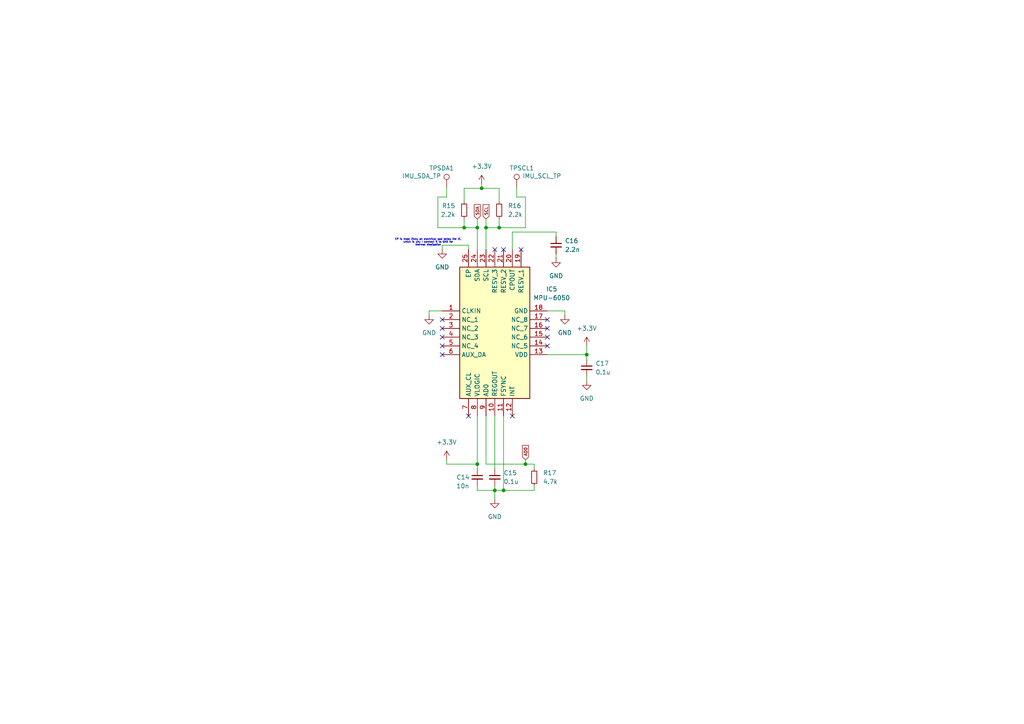
<source format=kicad_sch>
(kicad_sch (version 20250114) (generator "eeschema") (generator_version "9.0")
  (paper "A4")
  (lib_symbols
    (symbol "Connector:TestPoint" (pin_numbers (hide yes)) (pin_names (offset 0.762) (hide yes))
      (property "Reference" "TP" (at 0 6.858 0))
      (property "Value" "TestPoint" (at 0 5.08 0))
      (symbol "TestPoint_0_1"
        (circle (center 0 3.302) (radius 0.762))
      )
      (symbol "TestPoint_1_1"
        (pin passive line (at 0 0 90) (length 2.54) (name "1") (number "1"))
      )
    )
    (symbol "Device:C_Small" (pin_numbers (hide yes)) (pin_names (offset 0.254) (hide yes))
      (property "Reference" "C" (at 0.254 1.778 0))
      (property "Value" "C_Small" (at 0.254 -2.032 0))
      (symbol "C_Small_0_1"
        (polyline (pts (xy -1.524 0.508) (xy 1.524 0.508)) (stroke (width 0.3048)))
        (polyline (pts (xy -1.524 -0.508) (xy 1.524 -0.508)) (stroke (width 0.3302)))
      )
      (symbol "C_Small_1_1"
        (pin passive line (at 0 2.54 270) (length 2.032) (name "~") (number "1"))
        (pin passive line (at 0 -2.54 90) (length 2.032) (name "~") (number "2"))
      )
    )
    (symbol "Device:R_Small" (pin_numbers (hide yes)) (pin_names (offset 0.254) (hide yes))
      (property "Reference" "R" (at 0.762 0.508 0))
      (property "Value" "R_Small" (at 0.762 -1.016 0))
      (symbol "R_Small_0_1"
        (rectangle (start -0.762 1.778) (end 0.762 -1.778) (stroke (width 0.2032)))
      )
      (symbol "R_Small_1_1"
        (pin passive line (at 0 2.54 270) (length 0.762) (name "~") (number "1"))
        (pin passive line (at 0 -2.54 90) (length 0.762) (name "~") (number "2"))
      )
    )
    (symbol "PAMI-MPU-6050:MPU-6050"
      (property "Reference" "IC" (at 26.67 17.78 0))
      (property "Value" "MPU-6050" (at 26.67 15.24 0))
      (symbol "MPU-6050_1_1"
        (rectangle (start 5.08 12.7) (end 25.4 -25.4) (stroke (width 0.254)) (fill (type background)))
        (pin passive line (at 0 0 0) (length 5.08) (name "CLKIN") (number "1"))
        (pin passive line (at 0 -2.54 0) (length 5.08) (name "NC_1") (number "2"))
        (pin passive line (at 0 -5.08 0) (length 5.08) (name "NC_2") (number "3"))
        (pin passive line (at 0 -7.62 0) (length 5.08) (name "NC_3") (number "4"))
        (pin passive line (at 0 -10.16 0) (length 5.08) (name "NC_4") (number "5"))
        (pin passive line (at 0 -12.7 0) (length 5.08) (name "AUX_DA") (number "6"))
        (pin passive line (at 7.62 17.78 270) (length 5.08) (name "EP") (number "25"))
        (pin passive line (at 7.62 -30.48 90) (length 5.08) (name "AUX_CL") (number "7"))
        (pin passive line (at 10.16 17.78 270) (length 5.08) (name "SDA") (number "24"))
        (pin passive line (at 10.16 -30.48 90) (length 5.08) (name "VLOGIC") (number "8"))
        (pin passive line (at 12.7 17.78 270) (length 5.08) (name "SCL") (number "23"))
        (pin passive line (at 12.7 -30.48 90) (length 5.08) (name "AD0") (number "9"))
        (pin passive line (at 15.24 17.78 270) (length 5.08) (name "RESV_3") (number "22"))
        (pin passive line (at 15.24 -30.48 90) (length 5.08) (name "REGOUT") (number "10"))
        (pin passive line (at 17.78 17.78 270) (length 5.08) (name "RESV_2") (number "21"))
        (pin passive line (at 17.78 -30.48 90) (length 5.08) (name "FSYNC") (number "11"))
        (pin passive line (at 20.32 17.78 270) (length 5.08) (name "CPOUT") (number "20"))
        (pin passive line (at 20.32 -30.48 90) (length 5.08) (name "INT") (number "12"))
        (pin passive line (at 22.86 17.78 270) (length 5.08) (name "RESV_1") (number "19"))
        (pin passive line (at 30.48 0 180) (length 5.08) (name "GND") (number "18"))
        (pin passive line (at 30.48 -2.54 180) (length 5.08) (name "NC_8") (number "17"))
        (pin passive line (at 30.48 -5.08 180) (length 5.08) (name "NC_7") (number "16"))
        (pin passive line (at 30.48 -7.62 180) (length 5.08) (name "NC_6") (number "15"))
        (pin passive line (at 30.48 -10.16 180) (length 5.08) (name "NC_5") (number "14"))
        (pin passive line (at 30.48 -12.7 180) (length 5.08) (name "VDD") (number "13"))
      )
    )
    (symbol "PAMI-Power_Board_specific_symbols:+3.3V" (power) (pin_numbers (hide yes)) (pin_names (offset 0) (hide yes))
      (property "Value" "+3.3V" (at 0 3.556 0))
      (symbol "+3.3V_0_1"
        (polyline (pts (xy -0.762 1.27) (xy 0 2.54)))
        (polyline (pts (xy 0 2.54) (xy 0.762 1.27)))
        (polyline (pts (xy 0 0) (xy 0 2.54)))
      )
      (symbol "+3.3V_1_1"
        (pin power_in line (at 0 0 90) (length 0) (name "~") (number "1"))
      )
    )
    (symbol "power:GND" (power) (pin_numbers (hide yes)) (pin_names (offset 0) (hide yes))
      (property "Value" "GND" (at 0 -3.81 0))
      (symbol "GND_0_1"
        (polyline (pts (xy 0 0) (xy 0 -1.27) (xy 1.27 -1.27) (xy 0 -2.54) (xy -1.27 -1.27) (xy 0 -1.27)))
      )
      (symbol "GND_1_1"
        (pin power_in line (at 0 0 270) (length 0) (name "~") (number "1"))
      )
    )
  )
  (text "EP is most likely an electrical pad below the IC,\n which is why I connect it to GND for \nthermal dissipation" (at 124.206 70.358 0) (effects (font (size 0.508 0.508))))
  (junction (at 138.43 66.04))
  (junction (at 134.62 66.04))
  (junction (at 138.43 134.62))
  (junction (at 146.05 142.24))
  (junction (at 170.18 102.87))
  (junction (at 152.4 134.62))
  (junction (at 144.78 66.04))
  (junction (at 140.97 66.04))
  (junction (at 143.51 142.24))
  (junction (at 139.7 54.61))
  (no_connect (at 128.27 97.79))
  (no_connect (at 148.59 120.65))
  (no_connect (at 158.75 95.25))
  (no_connect (at 128.27 100.33))
  (no_connect (at 143.51 72.39))
  (no_connect (at 158.75 92.71))
  (no_connect (at 128.27 102.87))
  (no_connect (at 158.75 97.79))
  (no_connect (at 146.05 72.39))
  (no_connect (at 151.13 72.39))
  (no_connect (at 158.75 100.33))
  (no_connect (at 128.27 92.71))
  (no_connect (at 128.27 95.25))
  (no_connect (at 135.89 120.65))
  (wire (pts (xy 143.51 142.24) (xy 143.51 144.78)))
  (wire (pts (xy 149.86 54.61) (xy 149.86 57.15)))
  (wire (pts (xy 138.43 63.5) (xy 138.43 66.04)))
  (wire (pts (xy 144.78 63.5) (xy 144.78 66.04)))
  (wire (pts (xy 138.43 66.04) (xy 138.43 72.39)))
  (wire (pts (xy 148.59 72.39) (xy 148.59 67.31)))
  (wire (pts (xy 148.59 67.31) (xy 161.29 67.31)))
  (wire (pts (xy 129.54 57.15) (xy 127 57.15)))
  (wire (pts (xy 139.7 53.34) (xy 139.7 54.61)))
  (wire (pts (xy 143.51 142.24) (xy 146.05 142.24)))
  (wire (pts (xy 143.51 140.97) (xy 143.51 142.24)))
  (wire (pts (xy 144.78 58.42) (xy 144.78 54.61)))
  (wire (pts (xy 143.51 120.65) (xy 143.51 135.89)))
  (wire (pts (xy 138.43 142.24) (xy 143.51 142.24)))
  (wire (pts (xy 135.89 71.12) (xy 128.27 71.12)))
  (wire (pts (xy 158.75 102.87) (xy 170.18 102.87)))
  (wire (pts (xy 140.97 66.04) (xy 140.97 72.39)))
  (wire (pts (xy 138.43 140.97) (xy 138.43 142.24)))
  (wire (pts (xy 134.62 54.61) (xy 139.7 54.61)))
  (wire (pts (xy 140.97 66.04) (xy 144.78 66.04)))
  (wire (pts (xy 129.54 134.62) (xy 138.43 134.62)))
  (wire (pts (xy 158.75 90.17) (xy 163.83 90.17)))
  (wire (pts (xy 134.62 66.04) (xy 138.43 66.04)))
  (wire (pts (xy 170.18 100.33) (xy 170.18 102.87)))
  (wire (pts (xy 129.54 133.35) (xy 129.54 134.62)))
  (wire (pts (xy 154.94 140.97) (xy 154.94 142.24)))
  (wire (pts (xy 152.4 57.15) (xy 152.4 66.04)))
  (wire (pts (xy 135.89 72.39) (xy 135.89 71.12)))
  (wire (pts (xy 134.62 58.42) (xy 134.62 54.61)))
  (wire (pts (xy 154.94 135.89) (xy 154.94 134.62)))
  (wire (pts (xy 138.43 134.62) (xy 138.43 135.89)))
  (wire (pts (xy 146.05 120.65) (xy 146.05 142.24)))
  (wire (pts (xy 128.27 71.12) (xy 128.27 72.39)))
  (wire (pts (xy 152.4 133.35) (xy 152.4 134.62)))
  (wire (pts (xy 170.18 110.49) (xy 170.18 109.22)))
  (wire (pts (xy 127 57.15) (xy 127 66.04)))
  (wire (pts (xy 161.29 74.93) (xy 161.29 73.66)))
  (wire (pts (xy 129.54 54.61) (xy 129.54 57.15)))
  (wire (pts (xy 163.83 90.17) (xy 163.83 91.44)))
  (wire (pts (xy 146.05 142.24) (xy 154.94 142.24)))
  (wire (pts (xy 139.7 54.61) (xy 144.78 54.61)))
  (wire (pts (xy 152.4 134.62) (xy 154.94 134.62)))
  (wire (pts (xy 128.27 90.17) (xy 124.46 90.17)))
  (wire (pts (xy 144.78 66.04) (xy 152.4 66.04)))
  (wire (pts (xy 140.97 120.65) (xy 140.97 134.62)))
  (wire (pts (xy 124.46 90.17) (xy 124.46 91.44)))
  (wire (pts (xy 138.43 120.65) (xy 138.43 134.62)))
  (wire (pts (xy 149.86 57.15) (xy 152.4 57.15)))
  (wire (pts (xy 140.97 134.62) (xy 152.4 134.62)))
  (wire (pts (xy 161.29 67.31) (xy 161.29 68.58)))
  (wire (pts (xy 127 66.04) (xy 134.62 66.04)))
  (wire (pts (xy 170.18 102.87) (xy 170.18 104.14)))
  (wire (pts (xy 140.97 63.5) (xy 140.97 66.04)))
  (wire (pts (xy 134.62 63.5) (xy 134.62 66.04)))
  (global_label "SCL" (shape input) (at 140.97 63.5 90) (effects (font (size 0.889 0.889))) (property "Intersheetrefs" "${INTERSHEET_REFS}" (effects (hide yes))))
  (global_label "SDA" (shape input) (at 138.43 63.5 90) (effects (font (size 0.889 0.889))) (property "Intersheetrefs" "${INTERSHEET_REFS}" (effects (hide yes))))
  (global_label "AD0" (shape input) (at 152.4 133.35 90) (effects (font (size 0.889 0.889))) (property "Intersheetrefs" "${INTERSHEET_REFS}" (effects (hide yes))))
  (symbol (lib_id "power:GND") (at 161.29 74.93 0) (unit 1)
    (property "Reference" "#PWR078" (effects (hide yes)))
    (property "Value" "GND" (at 161.29 80.01 0))
    (property "Description" "Power symbol creates a global label with name \"GND\" , ground" (effects (hide yes)))
  )
  (symbol (lib_id "Connector:TestPoint") (at 129.54 54.61 0) (unit 1)
    (property "Reference" "TPSDA1" (at 124.46 48.768 0) (effects (justify left)))
    (property "Value" "IMU_SDA_TP" (at 116.586 51.054 0) (effects (justify left)))
    (property "Footprint" "Test_hooks:S275146R" (effects (hide yes)))
    (property "Description" "test point" (effects (hide yes)))
  )
  (symbol (lib_id "PAMI-MPU-6050:MPU-6050") (at 128.27 90.17 0) (unit 1)
    (property "Reference" "IC5" (at 160.02 83.8514 0))
    (property "Value" "MPU-6050" (at 160.02 86.3914 0))
    (property "Footprint" "IMU_MPU6050:MPU6050" (effects (hide yes)))
    (property "Datasheet" "https://product.tdk.com/system/files/dam/doc/product/sensor/mortion-inertial/imu/data_sheet/mpu-6000-datasheet1.pdf" (effects (hide yes)))
    (property "Description" "IMUs - Inertial Measurement Units 6-Axis MEMS MotionTracking  Device with DMP" (effects (hide yes)))
    (property "Height" "0.95" (effects (hide yes)))
    (property "Manufacturer_Name" "TDK" (effects (hide yes)))
    (property "Manufacturer_Part_Number" "MPU-6050" (effects (hide yes)))
    (property "Mouser Part Number" "410-MPU-6050" (effects (hide yes)))
    (property "Mouser Price/Stock" "https://www.mouser.co.uk/ProductDetail/TDK-InvenSense/MPU-6050?qs=u4fy%2FsgLU9O14B5JgyQFvg%3D%3D" (effects (hide yes)))
    (property "Arrow Part Number" "MPU-6050" (effects (hide yes)))
    (property "Arrow Price/Stock" "https://www.arrow.com/en/products/mpu-6050/invensense?region=nac" (effects (hide yes)))
  )
  (symbol (lib_id "power:GND") (at 128.27 72.39 0) (unit 1)
    (property "Reference" "#PWR075" (effects (hide yes)))
    (property "Value" "GND" (at 128.27 77.47 0))
    (property "Description" "Power symbol creates a global label with name \"GND\" , ground" (effects (hide yes)))
  )
  (symbol (lib_id "PAMI-Power_Board_specific_symbols:+3.3V") (at 170.18 100.33 0) (unit 1)
    (property "Reference" "#PWR097" (effects (hide yes)))
    (property "Value" "+3.3V" (at 170.18 95.25 0))
    (property "Description" "Power symbol creates a global label with name \"+3.3V\"" (effects (hide yes)))
  )
  (symbol (lib_id "PAMI-Power_Board_specific_symbols:+3.3V") (at 129.54 133.35 0) (unit 1)
    (property "Reference" "#PWR08" (effects (hide yes)))
    (property "Value" "+3.3V" (at 129.54 128.27 0))
    (property "Description" "Power symbol creates a global label with name \"+3.3V\"" (effects (hide yes)))
  )
  (symbol (lib_id "PAMI-Power_Board_specific_symbols:+3.3V") (at 139.7 53.34 0) (unit 1)
    (property "Reference" "#PWR076" (effects (hide yes)))
    (property "Value" "+3.3V" (at 139.7 48.26 0))
    (property "Description" "Power symbol creates a global label with name \"+3.3V\"" (effects (hide yes)))
  )
  (symbol (lib_id "Connector:TestPoint") (at 149.86 54.61 0) (mirror y) (unit 1)
    (property "Reference" "TPSCL1" (at 154.94 48.768 0) (effects (justify left)))
    (property "Value" "IMU_SCL_TP" (at 162.814 51.054 0) (effects (justify left)))
    (property "Footprint" "Test_hooks:S275146R" (effects (hide yes)))
    (property "Description" "test point" (effects (hide yes)))
  )
  (symbol (lib_id "Device:R_Small") (at 134.62 60.96 0) (mirror x) (unit 1)
    (property "Reference" "R15" (at 132.08 59.6899 0) (effects (justify right)))
    (property "Value" "2.2k" (at 132.08 62.2299 0) (effects (justify right)))
    (property "Footprint" "Resistor_SMD:R_0805_2012Metric_Pad1.20x1.40mm_HandSolder" (effects (hide yes)))
    (property "Description" "Resistor, small symbol" (effects (hide yes)))
  )
  (symbol (lib_id "power:GND") (at 170.18 110.49 0) (unit 1)
    (property "Reference" "#PWR098" (effects (hide yes)))
    (property "Value" "GND" (at 170.18 115.57 0))
    (property "Description" "Power symbol creates a global label with name \"GND\" , ground" (effects (hide yes)))
  )
  (symbol (lib_id "Device:R_Small") (at 144.78 60.96 0) (unit 1)
    (property "Reference" "R16" (at 147.32 59.6899 0) (effects (justify left)))
    (property "Value" "2.2k" (at 147.32 62.2299 0) (effects (justify left)))
    (property "Footprint" "Resistor_SMD:R_0805_2012Metric_Pad1.20x1.40mm_HandSolder" (effects (hide yes)))
    (property "Description" "Resistor, small symbol" (effects (hide yes)))
  )
  (symbol (lib_id "power:GND") (at 143.51 144.78 0) (unit 1)
    (property "Reference" "#PWR077" (effects (hide yes)))
    (property "Value" "GND" (at 143.51 149.86 0))
    (property "Description" "Power symbol creates a global label with name \"GND\" , ground" (effects (hide yes)))
  )
  (symbol (lib_id "Device:C_Small") (at 170.18 106.68 0) (unit 1)
    (property "Reference" "C17" (at 172.72 105.4162 0) (effects (justify left)))
    (property "Value" "0.1u" (at 172.72 107.9562 0) (effects (justify left)))
    (property "Footprint" "Capacitor_SMD:C_0805_2012Metric_Pad1.18x1.45mm_HandSolder" (effects (hide yes)))
    (property "Description" "Unpolarized capacitor, small symbol" (effects (hide yes)))
  )
  (symbol (lib_id "power:GND") (at 124.46 91.44 0) (unit 1)
    (property "Reference" "#PWR074" (effects (hide yes)))
    (property "Value" "GND" (at 124.46 96.52 0))
    (property "Description" "Power symbol creates a global label with name \"GND\" , ground" (effects (hide yes)))
  )
  (symbol (lib_id "Device:C_Small") (at 143.51 138.43 0) (unit 1)
    (property "Reference" "C15" (at 146.05 137.1662 0) (effects (justify left)))
    (property "Value" "0.1u" (at 146.05 139.7062 0) (effects (justify left)))
    (property "Footprint" "Capacitor_SMD:C_0805_2012Metric_Pad1.18x1.45mm_HandSolder" (effects (hide yes)))
    (property "Description" "Unpolarized capacitor, small symbol" (effects (hide yes)))
  )
  (symbol (lib_id "Device:C_Small") (at 138.43 138.43 0) (unit 1)
    (property "Reference" "C14" (at 132.334 138.43 0) (effects (justify left)))
    (property "Value" "10n" (at 132.334 140.97 0) (effects (justify left)))
    (property "Footprint" "Capacitor_SMD:C_0805_2012Metric_Pad1.18x1.45mm_HandSolder" (effects (hide yes)))
    (property "Description" "Unpolarized capacitor, small symbol" (effects (hide yes)))
  )
  (symbol (lib_id "Device:C_Small") (at 161.29 71.12 0) (unit 1)
    (property "Reference" "C16" (at 163.83 69.8562 0) (effects (justify left)))
    (property "Value" "2.2n" (at 163.83 72.3962 0) (effects (justify left)))
    (property "Footprint" "Capacitor_SMD:C_0805_2012Metric_Pad1.18x1.45mm_HandSolder" (effects (hide yes)))
    (property "Description" "Unpolarized capacitor, small symbol" (effects (hide yes)))
  )
  (symbol (lib_id "Device:R_Small") (at 154.94 138.43 180) (unit 1)
    (property "Reference" "R17" (at 157.48 137.1599 0) (effects (justify right)))
    (property "Value" "4.7k" (at 157.48 139.6999 0) (effects (justify right)))
    (property "Footprint" "Resistor_SMD:R_0805_2012Metric_Pad1.20x1.40mm_HandSolder" (effects (hide yes)))
    (property "Description" "Resistor, small symbol" (effects (hide yes)))
  )
  (symbol (lib_id "power:GND") (at 163.83 91.44 0) (unit 1)
    (property "Reference" "#PWR086" (effects (hide yes)))
    (property "Value" "GND" (at 163.83 96.52 0))
    (property "Description" "Power symbol creates a global label with name \"GND\" , ground" (effects (hide yes)))
  )
)
</source>
